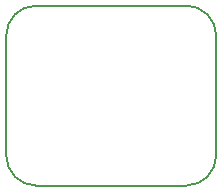
<source format=gm1>
G04 #@! TF.FileFunction,Profile,NP*
%FSLAX46Y46*%
G04 Gerber Fmt 4.6, Leading zero omitted, Abs format (unit mm)*
G04 Created by KiCad (PCBNEW 4.0.2-1.fc23-product) date Sun May  1 08:53:22 2016*
%MOMM*%
G01*
G04 APERTURE LIST*
%ADD10C,0.100000*%
%ADD11C,0.150000*%
G04 APERTURE END LIST*
D10*
D11*
X160020000Y-116840000D02*
G75*
G03X162560000Y-114300000I0J2540000D01*
G01*
X144780000Y-114300000D02*
G75*
G03X147320000Y-116840000I2540000J0D01*
G01*
X147320000Y-101600000D02*
G75*
G03X144780000Y-104140000I0J-2540000D01*
G01*
X162560000Y-104140000D02*
G75*
G03X160020000Y-101600000I-2540000J0D01*
G01*
X160020000Y-101600000D02*
X147320000Y-101600000D01*
X162560000Y-114300000D02*
X162560000Y-104140000D01*
X147320000Y-116840000D02*
X160020000Y-116840000D01*
X144780000Y-104140000D02*
X144780000Y-114300000D01*
M02*

</source>
